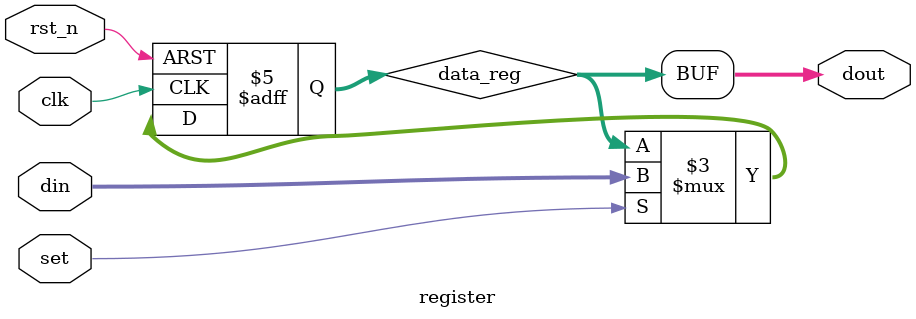
<source format=sv>
module register(
						input logic clk,
						input logic set,
						input logic rst_n,
						input logic [7:0]din,
						output logic [7:0]dout);
						
						
logic [7:0]data_reg;

always_ff @(posedge clk or negedge rst_n)
begin
	if(!rst_n)
		data_reg <= 8'b0;
	else if(set)
		data_reg <= din;

end

assign dout = data_reg;

						
						
endmodule
</source>
